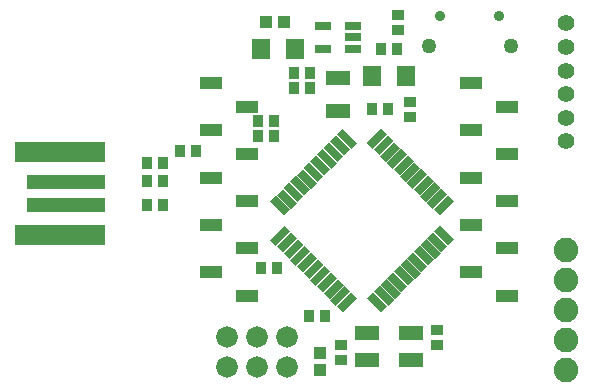
<source format=gts>
G75*
G70*
%OFA0B0*%
%FSLAX24Y24*%
%IPPOS*%
%LPD*%
%AMOC8*
5,1,8,0,0,1.08239X$1,22.5*
%
%ADD10R,0.0356X0.0434*%
%ADD11R,0.0631X0.0710*%
%ADD12R,0.0434X0.0356*%
%ADD13R,0.0395X0.0395*%
%ADD14R,0.0671X0.0277*%
%ADD15R,0.0277X0.0671*%
%ADD16R,0.0828X0.0513*%
%ADD17R,0.0789X0.0474*%
%ADD18R,0.0552X0.0297*%
%ADD19R,0.3033X0.0671*%
%ADD20R,0.2639X0.0474*%
%ADD21R,0.0749X0.0415*%
%ADD22C,0.0720*%
%ADD23C,0.0820*%
%ADD24C,0.0350*%
%ADD25C,0.0500*%
%ADD26C,0.0556*%
D10*
X008744Y004301D03*
X009256Y004301D03*
X010344Y002701D03*
X010856Y002701D03*
X005456Y006401D03*
X004944Y006401D03*
X004944Y007201D03*
X005456Y007201D03*
X005456Y007801D03*
X004944Y007801D03*
X006044Y008201D03*
X006556Y008201D03*
X008644Y008701D03*
X009156Y008701D03*
X009156Y009201D03*
X008644Y009201D03*
X009844Y010301D03*
X010356Y010301D03*
X010356Y010801D03*
X009844Y010801D03*
X012444Y009601D03*
X012956Y009601D03*
X012744Y011601D03*
X013256Y011601D03*
D11*
X013551Y010701D03*
X012449Y010701D03*
X009851Y011601D03*
X008749Y011601D03*
D12*
X013300Y012245D03*
X013300Y012757D03*
X013700Y009857D03*
X013700Y009345D03*
X014600Y002257D03*
X014600Y001745D03*
X011400Y001757D03*
X011400Y001245D03*
D13*
X010700Y001496D03*
X010700Y000905D03*
X009495Y012501D03*
X008905Y012501D03*
D14*
G36*
X011733Y008294D02*
X011260Y008766D01*
X011455Y008962D01*
X011928Y008490D01*
X011733Y008294D01*
G37*
G36*
X011511Y008071D02*
X011038Y008543D01*
X011233Y008739D01*
X011706Y008267D01*
X011511Y008071D01*
G37*
G36*
X011288Y007848D02*
X010815Y008320D01*
X011010Y008516D01*
X011483Y008044D01*
X011288Y007848D01*
G37*
G36*
X011066Y007625D02*
X010593Y008097D01*
X010788Y008293D01*
X011261Y007821D01*
X011066Y007625D01*
G37*
G36*
X010844Y007402D02*
X010371Y007874D01*
X010566Y008070D01*
X011039Y007598D01*
X010844Y007402D01*
G37*
G36*
X010622Y007178D02*
X010149Y007650D01*
X010344Y007846D01*
X010817Y007374D01*
X010622Y007178D01*
G37*
G36*
X010399Y006955D02*
X009926Y007427D01*
X010121Y007623D01*
X010594Y007151D01*
X010399Y006955D01*
G37*
G36*
X010177Y006732D02*
X009704Y007204D01*
X009899Y007400D01*
X010372Y006928D01*
X010177Y006732D01*
G37*
G36*
X009955Y006509D02*
X009482Y006981D01*
X009677Y007177D01*
X010150Y006705D01*
X009955Y006509D01*
G37*
G36*
X009732Y006286D02*
X009259Y006758D01*
X009454Y006954D01*
X009927Y006482D01*
X009732Y006286D01*
G37*
G36*
X009510Y006063D02*
X009037Y006535D01*
X009232Y006731D01*
X009705Y006259D01*
X009510Y006063D01*
G37*
G36*
X013190Y003285D02*
X012717Y003757D01*
X012912Y003953D01*
X013385Y003481D01*
X013190Y003285D01*
G37*
G36*
X012967Y003062D02*
X012494Y003534D01*
X012689Y003730D01*
X013162Y003258D01*
X012967Y003062D01*
G37*
G36*
X012745Y002839D02*
X012272Y003311D01*
X012467Y003507D01*
X012940Y003035D01*
X012745Y002839D01*
G37*
G36*
X013412Y003509D02*
X012939Y003981D01*
X013134Y004177D01*
X013607Y003705D01*
X013412Y003509D01*
G37*
G36*
X013634Y003732D02*
X013161Y004204D01*
X013356Y004400D01*
X013829Y003928D01*
X013634Y003732D01*
G37*
G36*
X013856Y003955D02*
X013383Y004427D01*
X013578Y004623D01*
X014051Y004151D01*
X013856Y003955D01*
G37*
G36*
X014079Y004178D02*
X013606Y004650D01*
X013801Y004846D01*
X014274Y004374D01*
X014079Y004178D01*
G37*
G36*
X014301Y004401D02*
X013828Y004873D01*
X014023Y005069D01*
X014496Y004597D01*
X014301Y004401D01*
G37*
G36*
X014523Y004624D02*
X014050Y005096D01*
X014245Y005292D01*
X014718Y004820D01*
X014523Y004624D01*
G37*
G36*
X014746Y004847D02*
X014273Y005319D01*
X014468Y005515D01*
X014941Y005043D01*
X014746Y004847D01*
G37*
G36*
X014968Y005070D02*
X014495Y005542D01*
X014690Y005738D01*
X015163Y005266D01*
X014968Y005070D01*
G37*
D15*
G36*
X014689Y006072D02*
X014493Y006267D01*
X014965Y006740D01*
X015161Y006545D01*
X014689Y006072D01*
G37*
G36*
X014466Y006295D02*
X014270Y006490D01*
X014742Y006963D01*
X014938Y006768D01*
X014466Y006295D01*
G37*
G36*
X014243Y006517D02*
X014047Y006712D01*
X014519Y007185D01*
X014715Y006990D01*
X014243Y006517D01*
G37*
G36*
X014020Y006739D02*
X013824Y006934D01*
X014296Y007407D01*
X014492Y007212D01*
X014020Y006739D01*
G37*
G36*
X013797Y006962D02*
X013601Y007157D01*
X014073Y007630D01*
X014269Y007435D01*
X013797Y006962D01*
G37*
G36*
X013574Y007184D02*
X013378Y007379D01*
X013850Y007852D01*
X014046Y007657D01*
X013574Y007184D01*
G37*
G36*
X013351Y007406D02*
X013155Y007601D01*
X013627Y008074D01*
X013823Y007879D01*
X013351Y007406D01*
G37*
G36*
X013128Y007629D02*
X012932Y007824D01*
X013404Y008297D01*
X013600Y008102D01*
X013128Y007629D01*
G37*
G36*
X012905Y007851D02*
X012709Y008046D01*
X013181Y008519D01*
X013377Y008324D01*
X012905Y007851D01*
G37*
G36*
X012681Y008073D02*
X012485Y008268D01*
X012957Y008741D01*
X013153Y008546D01*
X012681Y008073D01*
G37*
G36*
X012458Y008296D02*
X012262Y008491D01*
X012734Y008964D01*
X012930Y008769D01*
X012458Y008296D01*
G37*
G36*
X009235Y005061D02*
X009039Y005256D01*
X009511Y005729D01*
X009707Y005534D01*
X009235Y005061D01*
G37*
G36*
X009458Y004838D02*
X009262Y005033D01*
X009734Y005506D01*
X009930Y005311D01*
X009458Y004838D01*
G37*
G36*
X009681Y004616D02*
X009485Y004811D01*
X009957Y005284D01*
X010153Y005089D01*
X009681Y004616D01*
G37*
G36*
X009904Y004394D02*
X009708Y004589D01*
X010180Y005062D01*
X010376Y004867D01*
X009904Y004394D01*
G37*
G36*
X010127Y004171D02*
X009931Y004366D01*
X010403Y004839D01*
X010599Y004644D01*
X010127Y004171D01*
G37*
G36*
X010350Y003949D02*
X010154Y004144D01*
X010626Y004617D01*
X010822Y004422D01*
X010350Y003949D01*
G37*
G36*
X010573Y003727D02*
X010377Y003922D01*
X010849Y004395D01*
X011045Y004200D01*
X010573Y003727D01*
G37*
G36*
X010796Y003505D02*
X010600Y003700D01*
X011072Y004173D01*
X011268Y003978D01*
X010796Y003505D01*
G37*
G36*
X011019Y003282D02*
X010823Y003477D01*
X011295Y003950D01*
X011491Y003755D01*
X011019Y003282D01*
G37*
G36*
X011243Y003060D02*
X011047Y003255D01*
X011519Y003728D01*
X011715Y003533D01*
X011243Y003060D01*
G37*
G36*
X011466Y002838D02*
X011270Y003033D01*
X011742Y003506D01*
X011938Y003311D01*
X011466Y002838D01*
G37*
D16*
X012272Y002153D03*
X012272Y001248D03*
X013728Y001248D03*
X013728Y002153D03*
D17*
X011300Y009549D03*
X011300Y010652D03*
D18*
X010788Y011627D03*
X010788Y012375D03*
X011812Y012375D03*
X011812Y012001D03*
X011812Y011627D03*
D19*
X002021Y008179D03*
X002021Y005423D03*
D20*
X002218Y006407D03*
X002218Y007194D03*
D21*
X007079Y004175D03*
X008260Y003388D03*
X008260Y004963D03*
X007079Y005750D03*
X008260Y006538D03*
X007079Y007325D03*
X008260Y008112D03*
X007079Y008900D03*
X008260Y009687D03*
X007079Y010475D03*
X015740Y010475D03*
X016921Y009687D03*
X015740Y008900D03*
X016921Y008112D03*
X015740Y007325D03*
X016921Y006538D03*
X015740Y005750D03*
X016921Y004963D03*
X015740Y004175D03*
X016921Y003388D03*
D22*
X009600Y002001D03*
X008600Y002001D03*
X007600Y002001D03*
X007600Y001001D03*
X008600Y001001D03*
X009600Y001001D03*
D23*
X018900Y000901D03*
X018900Y001901D03*
X018900Y002901D03*
X018900Y003901D03*
X018900Y004901D03*
D24*
X016684Y012701D03*
X014716Y012701D03*
D25*
X014322Y011716D03*
X017078Y011716D03*
D26*
X018906Y011682D03*
X018906Y012469D03*
X018906Y010894D03*
X018906Y010107D03*
X018906Y009320D03*
X018906Y008532D03*
M02*

</source>
